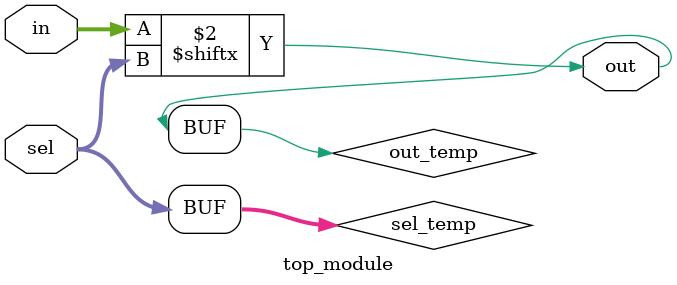
<source format=sv>
module top_module (
	input [255:0] in,
	input [7:0] sel,
	output out
);

reg [7:0] sel_temp;
reg out_temp;

always @(*) begin
    sel_temp = sel; // Creating a temporary variable for the selection vector
    out_temp = in[sel_temp]; // Assigning the bit from the input vector based on the selection vector to the temporary output
end

assign out = out_temp; // Assigning the temporary output to the final output

endmodule

</source>
